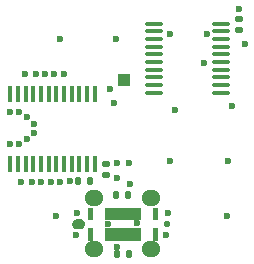
<source format=gbr>
%TF.GenerationSoftware,KiCad,Pcbnew,8.0.8*%
%TF.CreationDate,2025-09-03T22:29:27+08:00*%
%TF.ProjectId,FrekLedMini,4672656b-4c65-4644-9d69-6e692e6b6963,rev?*%
%TF.SameCoordinates,Original*%
%TF.FileFunction,Soldermask,Top*%
%TF.FilePolarity,Negative*%
%FSLAX46Y46*%
G04 Gerber Fmt 4.6, Leading zero omitted, Abs format (unit mm)*
G04 Created by KiCad (PCBNEW 8.0.8) date 2025-09-03 22:29:27*
%MOMM*%
%LPD*%
G01*
G04 APERTURE LIST*
G04 Aperture macros list*
%AMRoundRect*
0 Rectangle with rounded corners*
0 $1 Rounding radius*
0 $2 $3 $4 $5 $6 $7 $8 $9 X,Y pos of 4 corners*
0 Add a 4 corners polygon primitive as box body*
4,1,4,$2,$3,$4,$5,$6,$7,$8,$9,$2,$3,0*
0 Add four circle primitives for the rounded corners*
1,1,$1+$1,$2,$3*
1,1,$1+$1,$4,$5*
1,1,$1+$1,$6,$7*
1,1,$1+$1,$8,$9*
0 Add four rect primitives between the rounded corners*
20,1,$1+$1,$2,$3,$4,$5,0*
20,1,$1+$1,$4,$5,$6,$7,0*
20,1,$1+$1,$6,$7,$8,$9,0*
20,1,$1+$1,$8,$9,$2,$3,0*%
G04 Aperture macros list end*
%ADD10C,0.100000*%
%ADD11C,0.570000*%
%ADD12O,1.604000X1.354000*%
%ADD13RoundRect,0.135000X-0.135000X-0.185000X0.135000X-0.185000X0.135000X0.185000X-0.135000X0.185000X0*%
%ADD14RoundRect,0.140000X-0.170000X0.140000X-0.170000X-0.140000X0.170000X-0.140000X0.170000X0.140000X0*%
%ADD15RoundRect,0.100000X0.637500X0.100000X-0.637500X0.100000X-0.637500X-0.100000X0.637500X-0.100000X0*%
%ADD16RoundRect,0.135000X0.135000X0.185000X-0.135000X0.185000X-0.135000X-0.185000X0.135000X-0.185000X0*%
%ADD17R,1.000000X1.000000*%
%ADD18R,0.355600X1.358900*%
%ADD19RoundRect,0.140000X0.170000X-0.140000X0.170000X0.140000X-0.170000X0.140000X-0.170000X-0.140000X0*%
%ADD20C,0.600000*%
G04 APERTURE END LIST*
D10*
%TO.C,J1*%
X108400000Y-118470000D02*
X108000000Y-118470000D01*
X108000000Y-117500000D01*
X108400000Y-117500000D01*
X108400000Y-118470000D01*
G36*
X108400000Y-118470000D02*
G01*
X108000000Y-118470000D01*
X108000000Y-117500000D01*
X108400000Y-117500000D01*
X108400000Y-118470000D01*
G37*
X108400000Y-120200000D02*
X108000000Y-120200000D01*
X108000000Y-119230000D01*
X108400000Y-119230000D01*
X108400000Y-120200000D01*
G36*
X108400000Y-120200000D02*
G01*
X108000000Y-120200000D01*
X108000000Y-119230000D01*
X108400000Y-119230000D01*
X108400000Y-120200000D01*
G37*
X109900000Y-118470000D02*
X109500000Y-118470000D01*
X109500000Y-117500000D01*
X109900000Y-117500000D01*
X109900000Y-118470000D01*
G36*
X109900000Y-118470000D02*
G01*
X109500000Y-118470000D01*
X109500000Y-117500000D01*
X109900000Y-117500000D01*
X109900000Y-118470000D01*
G37*
X109900000Y-120200000D02*
X109500000Y-120200000D01*
X109500000Y-119230000D01*
X109900000Y-119230000D01*
X109900000Y-120200000D01*
G36*
X109900000Y-120200000D02*
G01*
X109500000Y-120200000D01*
X109500000Y-119230000D01*
X109900000Y-119230000D01*
X109900000Y-120200000D01*
G37*
X110400000Y-118470000D02*
X110000000Y-118470000D01*
X110000000Y-117500000D01*
X110400000Y-117500000D01*
X110400000Y-118470000D01*
G36*
X110400000Y-118470000D02*
G01*
X110000000Y-118470000D01*
X110000000Y-117500000D01*
X110400000Y-117500000D01*
X110400000Y-118470000D01*
G37*
X110400000Y-120200000D02*
X110000000Y-120200000D01*
X110000000Y-119230000D01*
X110400000Y-119230000D01*
X110400000Y-120200000D01*
G36*
X110400000Y-120200000D02*
G01*
X110000000Y-120200000D01*
X110000000Y-119230000D01*
X110400000Y-119230000D01*
X110400000Y-120200000D01*
G37*
X110900000Y-118470000D02*
X110500000Y-118470000D01*
X110500000Y-117500000D01*
X110900000Y-117500000D01*
X110900000Y-118470000D01*
G36*
X110900000Y-118470000D02*
G01*
X110500000Y-118470000D01*
X110500000Y-117500000D01*
X110900000Y-117500000D01*
X110900000Y-118470000D01*
G37*
X110900000Y-120200000D02*
X110500000Y-120200000D01*
X110500000Y-119230000D01*
X110900000Y-119230000D01*
X110900000Y-120200000D01*
G36*
X110900000Y-120200000D02*
G01*
X110500000Y-120200000D01*
X110500000Y-119230000D01*
X110900000Y-119230000D01*
X110900000Y-120200000D01*
G37*
X111400000Y-118470000D02*
X111000000Y-118470000D01*
X111000000Y-117500000D01*
X111400000Y-117500000D01*
X111400000Y-118470000D01*
G36*
X111400000Y-118470000D02*
G01*
X111000000Y-118470000D01*
X111000000Y-117500000D01*
X111400000Y-117500000D01*
X111400000Y-118470000D01*
G37*
X111400000Y-120200000D02*
X111000000Y-120200000D01*
X111000000Y-119230000D01*
X111400000Y-119230000D01*
X111400000Y-120200000D01*
G36*
X111400000Y-120200000D02*
G01*
X111000000Y-120200000D01*
X111000000Y-119230000D01*
X111400000Y-119230000D01*
X111400000Y-120200000D01*
G37*
X111900000Y-118470000D02*
X111500000Y-118470000D01*
X111500000Y-117500000D01*
X111900000Y-117500000D01*
X111900000Y-118470000D01*
G36*
X111900000Y-118470000D02*
G01*
X111500000Y-118470000D01*
X111500000Y-117500000D01*
X111900000Y-117500000D01*
X111900000Y-118470000D01*
G37*
X111900000Y-120200000D02*
X111500000Y-120200000D01*
X111500000Y-119230000D01*
X111900000Y-119230000D01*
X111900000Y-120200000D01*
G36*
X111900000Y-120200000D02*
G01*
X111500000Y-120200000D01*
X111500000Y-119230000D01*
X111900000Y-119230000D01*
X111900000Y-120200000D01*
G37*
X112400000Y-118470000D02*
X112000000Y-118470000D01*
X112000000Y-117500000D01*
X112400000Y-117500000D01*
X112400000Y-118470000D01*
G36*
X112400000Y-118470000D02*
G01*
X112000000Y-118470000D01*
X112000000Y-117500000D01*
X112400000Y-117500000D01*
X112400000Y-118470000D01*
G37*
X112400000Y-120200000D02*
X112000000Y-120200000D01*
X112000000Y-119230000D01*
X112400000Y-119230000D01*
X112400000Y-120200000D01*
G36*
X112400000Y-120200000D02*
G01*
X112000000Y-120200000D01*
X112000000Y-119230000D01*
X112400000Y-119230000D01*
X112400000Y-120200000D01*
G37*
X113900000Y-118470000D02*
X113500000Y-118470000D01*
X113500000Y-117500000D01*
X113900000Y-117500000D01*
X113900000Y-118470000D01*
G36*
X113900000Y-118470000D02*
G01*
X113500000Y-118470000D01*
X113500000Y-117500000D01*
X113900000Y-117500000D01*
X113900000Y-118470000D01*
G37*
X113900000Y-120200000D02*
X113500000Y-120200000D01*
X113500000Y-119230000D01*
X113900000Y-119230000D01*
X113900000Y-120200000D01*
G36*
X113900000Y-120200000D02*
G01*
X113500000Y-120200000D01*
X113500000Y-119230000D01*
X113900000Y-119230000D01*
X113900000Y-120200000D01*
G37*
X107320000Y-118466000D02*
X107340000Y-118467000D01*
X107360000Y-118470000D01*
X107380000Y-118473000D01*
X107400000Y-118478000D01*
X107419000Y-118484000D01*
X107438000Y-118491000D01*
X107457000Y-118498000D01*
X107475000Y-118507000D01*
X107493000Y-118517000D01*
X107510000Y-118527000D01*
X107526000Y-118539000D01*
X107542000Y-118551000D01*
X107558000Y-118564000D01*
X107572000Y-118578000D01*
X107586000Y-118592000D01*
X107599000Y-118608000D01*
X107611000Y-118624000D01*
X107623000Y-118640000D01*
X107633000Y-118657000D01*
X107643000Y-118675000D01*
X107652000Y-118693000D01*
X107659000Y-118712000D01*
X107666000Y-118731000D01*
X107672000Y-118750000D01*
X107677000Y-118770000D01*
X107680000Y-118790000D01*
X107683000Y-118810000D01*
X107684000Y-118830000D01*
X107685000Y-118850000D01*
X107684000Y-118870000D01*
X107683000Y-118890000D01*
X107680000Y-118910000D01*
X107677000Y-118930000D01*
X107672000Y-118950000D01*
X107666000Y-118969000D01*
X107659000Y-118988000D01*
X107652000Y-119007000D01*
X107643000Y-119025000D01*
X107633000Y-119042000D01*
X107623000Y-119060000D01*
X107611000Y-119076000D01*
X107599000Y-119092000D01*
X107586000Y-119108000D01*
X107572000Y-119122000D01*
X107558000Y-119136000D01*
X107542000Y-119149000D01*
X107526000Y-119161000D01*
X107510000Y-119173000D01*
X107492000Y-119183000D01*
X107475000Y-119193000D01*
X107457000Y-119202000D01*
X107438000Y-119209000D01*
X107419000Y-119216000D01*
X107400000Y-119222000D01*
X107380000Y-119227000D01*
X107360000Y-119230000D01*
X107340000Y-119233000D01*
X107320000Y-119234000D01*
X107300000Y-119235000D01*
X107100000Y-119235000D01*
X107080000Y-119234000D01*
X107060000Y-119233000D01*
X107040000Y-119230000D01*
X107020000Y-119227000D01*
X107000000Y-119222000D01*
X106981000Y-119216000D01*
X106962000Y-119209000D01*
X106943000Y-119202000D01*
X106925000Y-119193000D01*
X106907000Y-119183000D01*
X106890000Y-119173000D01*
X106874000Y-119161000D01*
X106858000Y-119149000D01*
X106842000Y-119136000D01*
X106828000Y-119122000D01*
X106814000Y-119108000D01*
X106801000Y-119092000D01*
X106789000Y-119076000D01*
X106777000Y-119060000D01*
X106767000Y-119042000D01*
X106757000Y-119025000D01*
X106748000Y-119007000D01*
X106741000Y-118988000D01*
X106734000Y-118969000D01*
X106728000Y-118950000D01*
X106723000Y-118930000D01*
X106720000Y-118910000D01*
X106717000Y-118890000D01*
X106716000Y-118870000D01*
X106715000Y-118850000D01*
X106716000Y-118830000D01*
X106717000Y-118810000D01*
X106720000Y-118790000D01*
X106723000Y-118770000D01*
X106728000Y-118750000D01*
X106734000Y-118731000D01*
X106741000Y-118712000D01*
X106748000Y-118693000D01*
X106757000Y-118675000D01*
X106767000Y-118658000D01*
X106777000Y-118640000D01*
X106789000Y-118624000D01*
X106801000Y-118608000D01*
X106814000Y-118592000D01*
X106828000Y-118578000D01*
X106842000Y-118564000D01*
X106858000Y-118551000D01*
X106874000Y-118539000D01*
X106890000Y-118527000D01*
X106907000Y-118517000D01*
X106925000Y-118507000D01*
X106943000Y-118498000D01*
X106962000Y-118491000D01*
X106981000Y-118484000D01*
X107000000Y-118478000D01*
X107020000Y-118473000D01*
X107040000Y-118470000D01*
X107060000Y-118467000D01*
X107080000Y-118466000D01*
X107100000Y-118465000D01*
X107300000Y-118465000D01*
X107320000Y-118466000D01*
G36*
X107320000Y-118466000D02*
G01*
X107340000Y-118467000D01*
X107360000Y-118470000D01*
X107380000Y-118473000D01*
X107400000Y-118478000D01*
X107419000Y-118484000D01*
X107438000Y-118491000D01*
X107457000Y-118498000D01*
X107475000Y-118507000D01*
X107493000Y-118517000D01*
X107510000Y-118527000D01*
X107526000Y-118539000D01*
X107542000Y-118551000D01*
X107558000Y-118564000D01*
X107572000Y-118578000D01*
X107586000Y-118592000D01*
X107599000Y-118608000D01*
X107611000Y-118624000D01*
X107623000Y-118640000D01*
X107633000Y-118657000D01*
X107643000Y-118675000D01*
X107652000Y-118693000D01*
X107659000Y-118712000D01*
X107666000Y-118731000D01*
X107672000Y-118750000D01*
X107677000Y-118770000D01*
X107680000Y-118790000D01*
X107683000Y-118810000D01*
X107684000Y-118830000D01*
X107685000Y-118850000D01*
X107684000Y-118870000D01*
X107683000Y-118890000D01*
X107680000Y-118910000D01*
X107677000Y-118930000D01*
X107672000Y-118950000D01*
X107666000Y-118969000D01*
X107659000Y-118988000D01*
X107652000Y-119007000D01*
X107643000Y-119025000D01*
X107633000Y-119042000D01*
X107623000Y-119060000D01*
X107611000Y-119076000D01*
X107599000Y-119092000D01*
X107586000Y-119108000D01*
X107572000Y-119122000D01*
X107558000Y-119136000D01*
X107542000Y-119149000D01*
X107526000Y-119161000D01*
X107510000Y-119173000D01*
X107492000Y-119183000D01*
X107475000Y-119193000D01*
X107457000Y-119202000D01*
X107438000Y-119209000D01*
X107419000Y-119216000D01*
X107400000Y-119222000D01*
X107380000Y-119227000D01*
X107360000Y-119230000D01*
X107340000Y-119233000D01*
X107320000Y-119234000D01*
X107300000Y-119235000D01*
X107100000Y-119235000D01*
X107080000Y-119234000D01*
X107060000Y-119233000D01*
X107040000Y-119230000D01*
X107020000Y-119227000D01*
X107000000Y-119222000D01*
X106981000Y-119216000D01*
X106962000Y-119209000D01*
X106943000Y-119202000D01*
X106925000Y-119193000D01*
X106907000Y-119183000D01*
X106890000Y-119173000D01*
X106874000Y-119161000D01*
X106858000Y-119149000D01*
X106842000Y-119136000D01*
X106828000Y-119122000D01*
X106814000Y-119108000D01*
X106801000Y-119092000D01*
X106789000Y-119076000D01*
X106777000Y-119060000D01*
X106767000Y-119042000D01*
X106757000Y-119025000D01*
X106748000Y-119007000D01*
X106741000Y-118988000D01*
X106734000Y-118969000D01*
X106728000Y-118950000D01*
X106723000Y-118930000D01*
X106720000Y-118910000D01*
X106717000Y-118890000D01*
X106716000Y-118870000D01*
X106715000Y-118850000D01*
X106716000Y-118830000D01*
X106717000Y-118810000D01*
X106720000Y-118790000D01*
X106723000Y-118770000D01*
X106728000Y-118750000D01*
X106734000Y-118731000D01*
X106741000Y-118712000D01*
X106748000Y-118693000D01*
X106757000Y-118675000D01*
X106767000Y-118658000D01*
X106777000Y-118640000D01*
X106789000Y-118624000D01*
X106801000Y-118608000D01*
X106814000Y-118592000D01*
X106828000Y-118578000D01*
X106842000Y-118564000D01*
X106858000Y-118551000D01*
X106874000Y-118539000D01*
X106890000Y-118527000D01*
X106907000Y-118517000D01*
X106925000Y-118507000D01*
X106943000Y-118498000D01*
X106962000Y-118491000D01*
X106981000Y-118484000D01*
X107000000Y-118478000D01*
X107020000Y-118473000D01*
X107040000Y-118470000D01*
X107060000Y-118467000D01*
X107080000Y-118466000D01*
X107100000Y-118465000D01*
X107300000Y-118465000D01*
X107320000Y-118466000D01*
G37*
%TD*%
D11*
%TO.C,J1*%
X114700000Y-118850000D03*
D12*
X113350000Y-121000000D03*
X108550000Y-121000000D03*
X113350000Y-116700000D03*
X108550000Y-116700000D03*
%TD*%
D13*
%TO.C,R5*%
X110380000Y-116400000D03*
X111400000Y-116400000D03*
%TD*%
D14*
%TO.C,C3*%
X109600000Y-113800000D03*
X109600000Y-114760000D03*
%TD*%
D15*
%TO.C,U1*%
X119325000Y-107750000D03*
X119325000Y-107100000D03*
X119325000Y-106450000D03*
X119325000Y-105800000D03*
X119325000Y-105150000D03*
X119325000Y-104500000D03*
X119325000Y-103850000D03*
X119325000Y-103200000D03*
X119325000Y-102550000D03*
X119325000Y-101900000D03*
X113600000Y-101900000D03*
X113600000Y-102550000D03*
X113600000Y-103200000D03*
X113600000Y-103850000D03*
X113600000Y-104500000D03*
X113600000Y-105150000D03*
X113600000Y-105800000D03*
X113600000Y-106450000D03*
X113600000Y-107100000D03*
X113600000Y-107750000D03*
%TD*%
D16*
%TO.C,R1*%
X108200000Y-115200000D03*
X107180000Y-115200000D03*
%TD*%
D17*
%TO.C,TP1*%
X111100000Y-106700000D03*
%TD*%
D18*
%TO.C,U2*%
X108599916Y-107900000D03*
X107949930Y-107900000D03*
X107299944Y-107900000D03*
X106649958Y-107900000D03*
X105999972Y-107900000D03*
X105349986Y-107900000D03*
X104700000Y-107900000D03*
X104050014Y-107900000D03*
X103400028Y-107900000D03*
X102750042Y-107900000D03*
X102100056Y-107900000D03*
X101450070Y-107900000D03*
X101450070Y-113754700D03*
X102100056Y-113754700D03*
X102750042Y-113754700D03*
X103400028Y-113754700D03*
X104050014Y-113754700D03*
X104700000Y-113754700D03*
X105349986Y-113754700D03*
X105999972Y-113754700D03*
X106649958Y-113754700D03*
X107299944Y-113754700D03*
X107949930Y-113754700D03*
X108599916Y-113754700D03*
%TD*%
D16*
%TO.C,R4*%
X110480000Y-121400000D03*
X111500000Y-121400000D03*
%TD*%
D19*
%TO.C,C1*%
X120800000Y-102460000D03*
X120800000Y-101500000D03*
%TD*%
D20*
X110500000Y-120800000D03*
X111600000Y-115500000D03*
X110500000Y-113700000D03*
X111500000Y-113700000D03*
X112200000Y-118800000D03*
X105350000Y-118200000D03*
X102700000Y-106200000D03*
X110400000Y-103200000D03*
X119900000Y-113500000D03*
X110200000Y-108600000D03*
X115000000Y-113500000D03*
X115000000Y-102800000D03*
X120200000Y-108900000D03*
X109700000Y-118900000D03*
X118100000Y-102800000D03*
X105700000Y-103200000D03*
X102400000Y-115300000D03*
X115400000Y-109200000D03*
X119800000Y-118200000D03*
X121305514Y-103594486D03*
X106500000Y-115200000D03*
X114600000Y-119800000D03*
X107000000Y-119800000D03*
X114800000Y-117900000D03*
X117900000Y-105200000D03*
X120800000Y-100700000D03*
X110500000Y-115000000D03*
X109900000Y-107400000D03*
X107100000Y-117900000D03*
X106000000Y-106200000D03*
X105200000Y-106200000D03*
X104400000Y-106200000D03*
X103600000Y-106200000D03*
X103487349Y-110363784D03*
X102910002Y-109810002D03*
X102200000Y-109400000D03*
X101400000Y-109400000D03*
X101400000Y-112100000D03*
X102200000Y-112100000D03*
X102862228Y-111637772D03*
X103506525Y-111163557D03*
X103299988Y-115300000D03*
X104099991Y-115300000D03*
X104900000Y-115300000D03*
X105700000Y-115300000D03*
M02*

</source>
